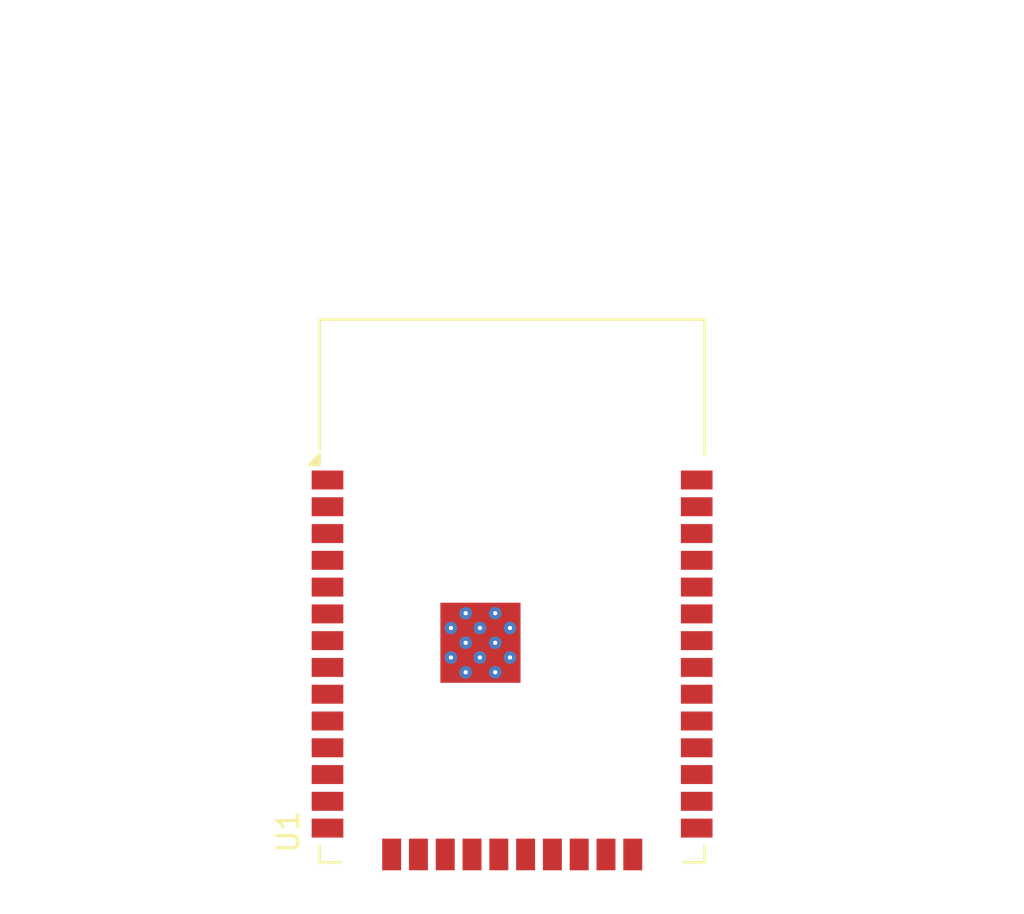
<source format=kicad_pcb>
(kicad_pcb (version 20240108) (generator "pcbnew") (generator_version "8.0")
  (layers (0 "F.Cu" signal) (31 "B.Cu" signal) (34 "B.Paste" user) (35 "F.Paste" user) (36 "B.SilkS" user "B.Silkscreen") (37 "F.SilkS" user "F.Silkscreen") (38 "B.Mask" user) (39 "F.Mask" user) (44 "Edge.Cuts" user))
  (net 0 "")
  (net 1 "Net-(U1-GND-Pad1)")
  (footprint "RF_Module:ESP32-WROOM-32D" (layer "F.Cu") (at 73.75 84.25)
    (property "Reference" "U1" (at -10.61 8.43 90) (layer "F.SilkS"))
    (property "Value" "ESP32-WROOM-32D")
    (fp_line (start -9.12 -15.86) (end -9.12 -9.7) (stroke (width 0.12)) (layer "F.SilkS"))
    (fp_line (start -9.12 -15.86) (end 9.12 -15.86) (stroke (width 0.12)) (layer "F.SilkS"))
    (fp_line (start -9.12 9.1) (end -9.12 9.88) (stroke (width 0.12)) (layer "F.SilkS"))
    (fp_line (start -9.12 9.88) (end -8.12 9.88) (stroke (width 0.12)) (layer "F.SilkS"))
    (fp_line (start 9.12 -15.86) (end 9.12 -9.445) (stroke (width 0.12)) (layer "F.SilkS"))
    (fp_line (start 9.12 9.1) (end 9.12 9.88) (stroke (width 0.12)) (layer "F.SilkS"))
    (fp_line (start 9.12 9.88) (end 8.12 9.88) (stroke (width 0.12)) (layer "F.SilkS"))
    (fp_poly (pts (xy -9.125 -8.975) (xy -9.625 -8.975) (xy -9.125 -9.475) (xy -9.125 -8.975)) (stroke (width 0.12)) (fill solid) (layer "F.SilkS"))
    (pad "1" smd rect (at -8.75 -8.25) (size 1.5 0.9) (layers "F.Cu" "F.Paste" "F.Mask") (net 1 "Net-(U1-GND-Pad1)"))
    (pad "2" smd rect (at -8.75 -6.98) (size 1.5 0.9) (layers "F.Cu" "F.Paste" "F.Mask"))
    (pad "3" smd rect (at -8.75 -5.71) (size 1.5 0.9) (layers "F.Cu" "F.Paste" "F.Mask"))
    (pad "4" smd rect (at -8.75 -4.44) (size 1.5 0.9) (layers "F.Cu" "F.Paste" "F.Mask"))
    (pad "5" smd rect (at -8.75 -3.17) (size 1.5 0.9) (layers "F.Cu" "F.Paste" "F.Mask"))
    (pad "6" smd rect (at -8.75 -1.9) (size 1.5 0.9) (layers "F.Cu" "F.Paste" "F.Mask"))
    (pad "7" smd rect (at -8.75 -0.63) (size 1.5 0.9) (layers "F.Cu" "F.Paste" "F.Mask"))
    (pad "8" smd rect (at -8.75 0.64) (size 1.5 0.9) (layers "F.Cu" "F.Paste" "F.Mask"))
    (pad "9" smd rect (at -8.75 1.91) (size 1.5 0.9) (layers "F.Cu" "F.Paste" "F.Mask"))
    (pad "10" smd rect (at -8.75 3.18) (size 1.5 0.9) (layers "F.Cu" "F.Paste" "F.Mask"))
    (pad "11" smd rect (at -8.75 4.45) (size 1.5 0.9) (layers "F.Cu" "F.Paste" "F.Mask"))
    (pad "12" smd rect (at -8.75 5.72) (size 1.5 0.9) (layers "F.Cu" "F.Paste" "F.Mask"))
    (pad "13" smd rect (at -8.75 6.99) (size 1.5 0.9) (layers "F.Cu" "F.Paste" "F.Mask"))
    (pad "14" smd rect (at -8.75 8.26) (size 1.5 0.9) (layers "F.Cu" "F.Paste" "F.Mask"))
    (pad "15" smd rect (at -5.71 9.51 90) (size 1.5 0.9) (layers "F.Cu" "F.Paste" "F.Mask") (net 1 "Net-(U1-GND-Pad1)"))
    (pad "16" smd rect (at -4.44 9.51 90) (size 1.5 0.9) (layers "F.Cu" "F.Paste" "F.Mask"))
    (pad "17" smd rect (at -3.17 9.51 90) (size 1.5 0.9) (layers "F.Cu" "F.Paste" "F.Mask"))
    (pad "18" smd rect (at -1.9 9.51 90) (size 1.5 0.9) (layers "F.Cu" "F.Paste" "F.Mask"))
    (pad "19" smd rect (at -0.63 9.51 90) (size 1.5 0.9) (layers "F.Cu" "F.Paste" "F.Mask"))
    (pad "20" smd rect (at 0.64 9.51 90) (size 1.5 0.9) (layers "F.Cu" "F.Paste" "F.Mask"))
    (pad "21" smd rect (at 1.91 9.51 90) (size 1.5 0.9) (layers "F.Cu" "F.Paste" "F.Mask"))
    (pad "22" smd rect (at 3.18 9.51 90) (size 1.5 0.9) (layers "F.Cu" "F.Paste" "F.Mask"))
    (pad "23" smd rect (at 4.45 9.51 90) (size 1.5 0.9) (layers "F.Cu" "F.Paste" "F.Mask"))
    (pad "24" smd rect (at 5.72 9.51 90) (size 1.5 0.9) (layers "F.Cu" "F.Paste" "F.Mask"))
    (pad "25" smd rect (at 8.75 8.26) (size 1.5 0.9) (layers "F.Cu" "F.Paste" "F.Mask"))
    (pad "26" smd rect (at 8.75 6.99) (size 1.5 0.9) (layers "F.Cu" "F.Paste" "F.Mask"))
    (pad "27" smd rect (at 8.75 5.72) (size 1.5 0.9) (layers "F.Cu" "F.Paste" "F.Mask"))
    (pad "28" smd rect (at 8.75 4.45) (size 1.5 0.9) (layers "F.Cu" "F.Paste" "F.Mask"))
    (pad "29" smd rect (at 8.75 3.18) (size 1.5 0.9) (layers "F.Cu" "F.Paste" "F.Mask"))
    (pad "30" smd rect (at 8.75 1.91) (size 1.5 0.9) (layers "F.Cu" "F.Paste" "F.Mask"))
    (pad "31" smd rect (at 8.75 0.64) (size 1.5 0.9) (layers "F.Cu" "F.Paste" "F.Mask"))
    (pad "32" smd rect (at 8.75 -0.63) (size 1.5 0.9) (layers "F.Cu" "F.Paste" "F.Mask"))
    (pad "33" smd rect (at 8.75 -1.9) (size 1.5 0.9) (layers "F.Cu" "F.Paste" "F.Mask"))
    (pad "34" smd rect (at 8.75 -3.17) (size 1.5 0.9) (layers "F.Cu" "F.Paste" "F.Mask"))
    (pad "35" smd rect (at 8.75 -4.44) (size 1.5 0.9) (layers "F.Cu" "F.Paste" "F.Mask"))
    (pad "36" smd rect (at 8.75 -5.71) (size 1.5 0.9) (layers "F.Cu" "F.Paste" "F.Mask"))
    (pad "37" smd rect (at 8.75 -6.98) (size 1.5 0.9) (layers "F.Cu" "F.Paste" "F.Mask"))
    (pad "38" smd rect (at 8.75 -8.25) (size 1.5 0.9) (layers "F.Cu" "F.Paste" "F.Mask") (net 1 "Net-(U1-GND-Pad1)"))
    (pad "39" smd rect (at -2.9 -1.93) (size 0.9 0.9) (layers "F.Cu" "F.Paste") (net 1 "Net-(U1-GND-Pad1)"))
    (pad "39" thru_hole circle (at -2.9 -1.23) (size 0.6 0.6) (drill 0.2) (property pad_prop_heatsink) (layers "*.Cu" "F.Mask") (net 1 "Net-(U1-GND-Pad1)"))
    (pad "39" smd rect (at -2.9 -0.53) (size 0.9 0.9) (layers "F.Cu" "F.Paste") (net 1 "Net-(U1-GND-Pad1)"))
    (pad "39" thru_hole circle (at -2.9 0.17) (size 0.6 0.6) (drill 0.2) (property pad_prop_heatsink) (layers "*.Cu" "F.Mask") (net 1 "Net-(U1-GND-Pad1)"))
    (pad "39" smd rect (at -2.9 0.87) (size 0.9 0.9) (layers "F.Cu" "F.Paste") (net 1 "Net-(U1-GND-Pad1)"))
    (pad "39" thru_hole circle (at -2.2 -1.93) (size 0.6 0.6) (drill 0.2) (property pad_prop_heatsink) (layers "*.Cu" "F.Mask") (net 1 "Net-(U1-GND-Pad1)"))
    (pad "39" thru_hole circle (at -2.2 -0.53) (size 0.6 0.6) (drill 0.2) (property pad_prop_heatsink) (layers "*.Cu" "F.Mask") (net 1 "Net-(U1-GND-Pad1)"))
    (pad "39" thru_hole circle (at -2.2 0.87) (size 0.6 0.6) (drill 0.2) (property pad_prop_heatsink) (layers "*.Cu" "F.Mask") (net 1 "Net-(U1-GND-Pad1)"))
    (pad "39" thru_hole circle (at -1.525 -1.23) (size 0.6 0.6) (drill 0.2) (property pad_prop_heatsink) (layers "*.Cu" "F.Mask") (net 1 "Net-(U1-GND-Pad1)"))
    (pad "39" thru_hole circle (at -1.525 0.17) (size 0.6 0.6) (drill 0.2) (property pad_prop_heatsink) (layers "*.Cu" "F.Mask") (net 1 "Net-(U1-GND-Pad1)"))
    (pad "39" smd rect (at -1.5 -1.93) (size 0.9 0.9) (layers "F.Cu" "F.Paste") (net 1 "Net-(U1-GND-Pad1)"))
    (pad "39" smd rect (at -1.5 -0.53) (size 0.9 0.9) (layers "F.Cu" "F.Paste") (net 1 "Net-(U1-GND-Pad1)"))
    (pad "39" smd rect (at -1.5 -0.53) (size 3.8 3.8) (layers "F.Cu" "F.Mask") (net 1 "Net-(U1-GND-Pad1)"))
    (pad "39" smd rect (at -1.5 0.87) (size 0.9 0.9) (layers "F.Cu" "F.Paste") (net 1 "Net-(U1-GND-Pad1)"))
    (pad "39" thru_hole circle (at -0.8 -1.93) (size 0.6 0.6) (drill 0.2) (property pad_prop_heatsink) (layers "*.Cu" "F.Mask") (net 1 "Net-(U1-GND-Pad1)"))
    (pad "39" thru_hole circle (at -0.8 -0.53) (size 0.6 0.6) (drill 0.2) (property pad_prop_heatsink) (layers "*.Cu" "F.Mask") (net 1 "Net-(U1-GND-Pad1)"))
    (pad "39" thru_hole circle (at -0.8 0.87) (size 0.6 0.6) (drill 0.2) (property pad_prop_heatsink) (layers "*.Cu" "F.Mask") (net 1 "Net-(U1-GND-Pad1)"))
    (pad "39" smd rect (at -0.1 -1.93) (size 0.9 0.9) (layers "F.Cu" "F.Paste") (net 1 "Net-(U1-GND-Pad1)"))
    (pad "39" thru_hole circle (at -0.1 -1.23) (size 0.6 0.6) (drill 0.2) (property pad_prop_heatsink) (layers "*.Cu" "F.Mask") (net 1 "Net-(U1-GND-Pad1)"))
    (pad "39" smd rect (at -0.1 -0.53) (size 0.9 0.9) (layers "F.Cu" "F.Paste") (net 1 "Net-(U1-GND-Pad1)"))
    (pad "39" thru_hole circle (at -0.1 0.17) (size 0.6 0.6) (drill 0.2) (property pad_prop_heatsink) (layers "*.Cu" "F.Mask") (net 1 "Net-(U1-GND-Pad1)"))
    (pad "39" smd rect (at -0.1 0.87) (size 0.9 0.9) (layers "F.Cu" "F.Paste") (net 1 "Net-(U1-GND-Pad1)"))
  )
)
</source>
